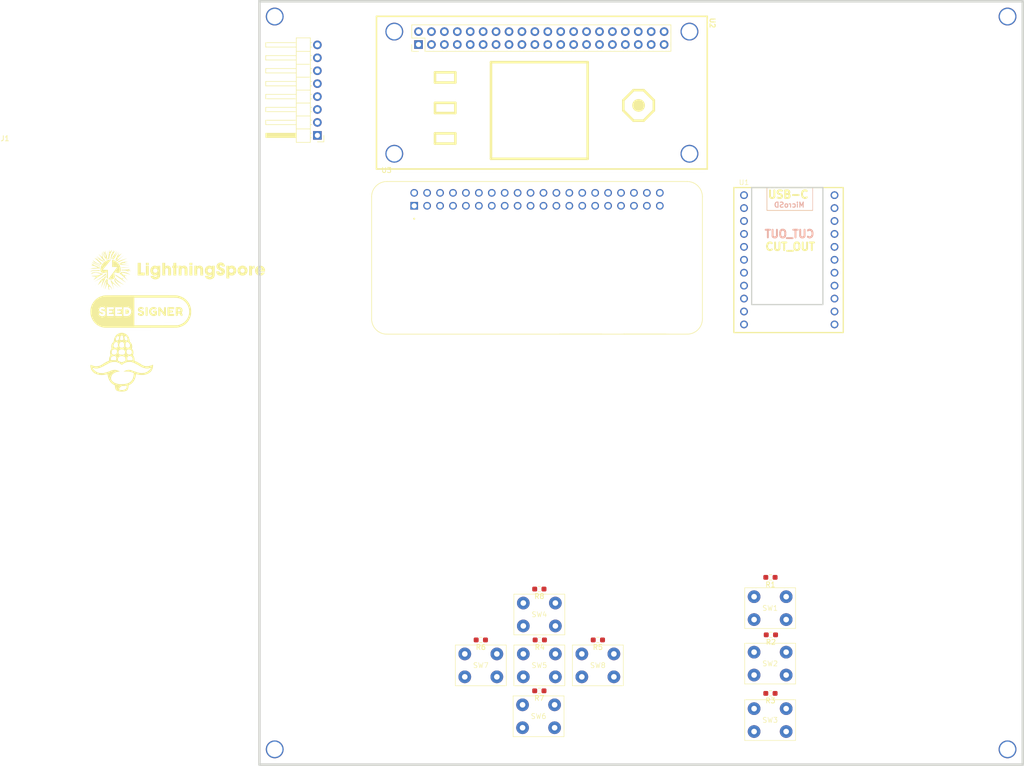
<source format=kicad_pcb>
(kicad_pcb (version 20241229) (generator "pcbnew") (generator_version "9.0")
  (layers (0 "F.Cu" signal) (2 "B.Cu" signal) (13 "F.Paste" user) (15 "B.Paste" user) (5 "F.SilkS" user "F.Silkscreen") (7 "B.SilkS" user "B.Silkscreen") (1 "F.Mask" user) (3 "B.Mask" user) (25 "Edge.Cuts" user))
  (net 0 "")
  (net 1 "/KEY3")
  (net 2 "+3.3V")
  (net 3 "/KEY2")
  (net 4 "/KEY1")
  (net 5 "/JOYSTICK_RIGHT")
  (net 6 "/JOYSTICK_PRESS")
  (net 7 "/JOYSTICK_DOWN")
  (net 8 "/JOYSTICK_UP")
  (net 9 "/JOYSTICK_LEFT")
  (net 10 "/SPI_CS")
  (net 11 "/SPI_SCLK")
  (net 13 "/BACKLIGHT_PWM")
  (net 14 "/DC")
  (net 15 "GND")
  (net 19 "/SPI_MOSI")
  (net 21 "/RST")
  (net 22 "Net-(U2-5V0-Pad2)")
  (net 23 "/BACKLIGHT")
  (net 24 "/Buttons/KEY1")
  (net 25 "/Buttons/KEY2")
  (net 26 "/Buttons/KEY3")
  (net 27 "/Buttons/JOYSTICK_RIGHT")
  (net 28 "/Buttons/JOYSTICK_PRESS")
  (net 29 "/Buttons/JOYSTICK_DOWN")
  (net 30 "/Buttons/JOYSTICK_UP")
  (net 31 "/Buttons/JOYSTICK_LEFT")
  (footprint "seedsigner-luckfox:LightningSpore_Logo" (layer "F.Cu") (at -15.743024 52.776803)
    (property "Reference" "ART1" (hide yes))
    (property "Value" "~" (hide yes))
  )
  (footprint "seedsigner-luckfox:BTN_SPST_NO_PTH" (layer "F.Cu") (at 55 130.5)
    (property "Reference" "SW5" (at 0 0 0) (layer "F.SilkS") (effects (font (thickness 0.1))))
    (property "Value" "SW_Push")
    (pad "1" thru_hole circle (at -3.15 -2.25) (size 2.5 2.5) (drill 1.1) (layers "*.Cu" "*.Mask") (net 27 "/Buttons/JOYSTICK_RIGHT"))
    (pad "2" thru_hole circle (at 3.15 -2.25) (size 2.5 2.5) (drill 1.1) (layers "*.Cu" "*.Mask") (net 15 "GND"))
    (pad "3" thru_hole circle (at -3.15 2.25) (size 2.5 2.5) (drill 1.1) (layers "*.Cu" "*.Mask"))
    (pad "4" thru_hole circle (at 3.15 2.25) (size 2.5 2.5) (drill 1.1) (layers "*.Cu" "*.Mask"))
  )
  (footprint "seedsigner-luckfox:BTN_SPST_NO_PTH" (layer "F.Cu") (at 54.85 140.5)
    (property "Reference" "SW6" (at 0 0 0) (layer "F.SilkS") (effects (font (thickness 0.1))))
    (property "Value" "SW_Push")
    (pad "1" thru_hole circle (at -3.15 -2.25) (size 2.5 2.5) (drill 1.1) (layers "*.Cu" "*.Mask") (net 30 "/Buttons/JOYSTICK_UP"))
    (pad "2" thru_hole circle (at 3.15 -2.25) (size 2.5 2.5) (drill 1.1) (layers "*.Cu" "*.Mask") (net 15 "GND"))
    (pad "3" thru_hole circle (at -3.15 2.25) (size 2.5 2.5) (drill 1.1) (layers "*.Cu" "*.Mask"))
    (pad "4" thru_hole circle (at 3.15 2.25) (size 2.5 2.5) (drill 1.1) (layers "*.Cu" "*.Mask"))
  )
  (footprint "Resistor_SMD:R_0603_1608Metric_Pad0.98x0.95mm_HandSolder" (layer "F.Cu") (at 43.5 125.5 180)
    (property "Reference" "R6" (at 0 -1.43 0) (layer "F.SilkS"))
    (property "Value" "10K")
    (pad "1" smd roundrect (at -0.9125 0 180) (size 0.975 0.95) (layers "F.Cu" "F.Mask" "F.Paste") (net 2 "+3.3V"))
    (pad "2" smd roundrect (at 0.9125 0 180) (size 0.975 0.95) (layers "F.Cu" "F.Mask" "F.Paste") (net 29 "/Buttons/JOYSTICK_DOWN"))
  )
  (footprint "Resistor_SMD:R_0603_1608Metric_Pad0.98x0.95mm_HandSolder" (layer "F.Cu") (at 55 135.5 180)
    (property "Reference" "R7" (at 0 -1.43 0) (layer "F.SilkS"))
    (property "Value" "10K")
    (pad "1" smd roundrect (at -0.9125 0 180) (size 0.975 0.95) (layers "F.Cu" "F.Mask" "F.Paste") (net 2 "+3.3V"))
    (pad "2" smd roundrect (at 0.9125 0 180) (size 0.975 0.95) (layers "F.Cu" "F.Mask" "F.Paste") (net 30 "/Buttons/JOYSTICK_UP"))
  )
  (footprint "seedsigner-luckfox:BTN_SPST_NO_PTH" (layer "F.Cu") (at 100.35 130.15)
    (property "Reference" "SW2" (at 0 0 0) (layer "F.SilkS") (effects (font (thickness 0.1))))
    (property "Value" "SW_Push")
    (pad "1" thru_hole circle (at -3.15 -2.25) (size 2.5 2.5) (drill 1.1) (layers "*.Cu" "*.Mask") (net 25 "/Buttons/KEY2"))
    (pad "2" thru_hole circle (at 3.15 -2.25) (size 2.5 2.5) (drill 1.1) (layers "*.Cu" "*.Mask") (net 15 "GND"))
    (pad "3" thru_hole circle (at -3.15 2.25) (size 2.5 2.5) (drill 1.1) (layers "*.Cu" "*.Mask"))
    (pad "4" thru_hole circle (at 3.15 2.25) (size 2.5 2.5) (drill 1.1) (layers "*.Cu" "*.Mask"))
  )
  (footprint "seedsigner-luckfox:seedsigner-logo-small" (layer "F.Cu") (at -23.342557 60.97856)
    (property "Reference" "LOGO1" (hide yes))
    (property "Value" "SS_LOGO" (hide yes))
  )
  (footprint "seedsigner-luckfox:MOUNT_HOLE_3MM" (layer "F.Cu") (at 3 3)
    (property "Reference" "H1" (hide yes))
    (property "Value" "MountingHole" (hide yes))
    (pad "" np_thru_hole circle (at 0 0) (size 3.5 3.5) (drill 3) (layers "*.Cu" "*.Mask"))
  )
  (footprint "Resistor_SMD:R_0603_1608Metric_Pad0.98x0.95mm_HandSolder" (layer "F.Cu") (at 66.5 125.5 180)
    (property "Reference" "R5" (at 0 -1.43 0) (layer "F.SilkS"))
    (property "Value" "10K")
    (pad "1" smd roundrect (at -0.9125 0 180) (size 0.975 0.95) (layers "F.Cu" "F.Mask" "F.Paste") (net 2 "+3.3V"))
    (pad "2" smd roundrect (at 0.9125 0 180) (size 0.975 0.95) (layers "F.Cu" "F.Mask" "F.Paste") (net 28 "/Buttons/JOYSTICK_PRESS"))
  )
  (footprint "seedsigner-luckfox:BTN_SPST_NO_PTH" (layer "F.Cu") (at 100.35 141.25)
    (property "Reference" "SW3" (at 0 0 0) (layer "F.SilkS") (effects (font (thickness 0.1))))
    (property "Value" "SW_Push")
    (pad "1" thru_hole circle (at -3.15 -2.25) (size 2.5 2.5) (drill 1.1) (layers "*.Cu" "*.Mask") (net 26 "/Buttons/KEY3"))
    (pad "2" thru_hole circle (at 3.15 -2.25) (size 2.5 2.5) (drill 1.1) (layers "*.Cu" "*.Mask") (net 15 "GND"))
    (pad "3" thru_hole circle (at -3.15 2.25) (size 2.5 2.5) (drill 1.1) (layers "*.Cu" "*.Mask"))
    (pad "4" thru_hole circle (at 3.15 2.25) (size 2.5 2.5) (drill 1.1) (layers "*.Cu" "*.Mask"))
  )
  (footprint "seedsigner-luckfox:MOUNT_HOLE_3MM" (layer "F.Cu") (at 22 88.5)
    (property "Reference" "H2" (hide yes))
    (property "Value" "MountingHole" (hide yes))
    (pad "" np_thru_hole circle (at 125 -85.5) (size 3.5 3.5) (drill 3) (layers "*.Cu" "*.Mask"))
  )
  (footprint "seedsigner-luckfox:corn-logo" (layer "F.Cu") (at -27.059474 70.854245)
    (property "Reference" "LOGO2" (hide yes))
    (property "Value" "CORN-LOGO" (hide yes))
  )
  (footprint "Resistor_SMD:R_0603_1608Metric_Pad0.98x0.95mm_HandSolder" (layer "F.Cu") (at 100.4125 136 180)
    (property "Reference" "R3" (at 0 -1.43 0) (layer "F.SilkS"))
    (property "Value" "10K")
    (pad "1" smd roundrect (at -0.9125 0 180) (size 0.975 0.95) (layers "F.Cu" "F.Mask" "F.Paste") (net 2 "+3.3V"))
    (pad "2" smd roundrect (at 0.9125 0 180) (size 0.975 0.95) (layers "F.Cu" "F.Mask" "F.Paste") (net 26 "/Buttons/KEY3"))
  )
  (footprint "Resistor_SMD:R_0603_1608Metric_Pad0.98x0.95mm_HandSolder" (layer "F.Cu") (at 100.5 124.5 180)
    (property "Reference" "R2" (at 0 -1.43 0) (layer "F.SilkS"))
    (property "Value" "10K")
    (pad "1" smd roundrect (at -0.9125 0 180) (size 0.975 0.95) (layers "F.Cu" "F.Mask" "F.Paste") (net 2 "+3.3V"))
    (pad "2" smd roundrect (at 0.9125 0 180) (size 0.975 0.95) (layers "F.Cu" "F.Mask" "F.Paste") (net 25 "/Buttons/KEY2"))
  )
  (footprint "Resistor_SMD:R_0603_1608Metric_Pad0.98x0.95mm_HandSolder" (layer "F.Cu") (at 55.0875 125.5 180)
    (property "Reference" "R4" (at 0 -1.43 0) (layer "F.SilkS"))
    (property "Value" "10K")
    (pad "1" smd roundrect (at -0.9125 0 180) (size 0.975 0.95) (layers "F.Cu" "F.Mask" "F.Paste") (net 2 "+3.3V"))
    (pad "2" smd roundrect (at 0.9125 0 180) (size 0.975 0.95) (layers "F.Cu" "F.Mask" "F.Paste") (net 27 "/Buttons/JOYSTICK_RIGHT"))
  )
  (footprint "Resistor_SMD:R_0603_1608Metric_Pad0.98x0.95mm_HandSolder" (layer "F.Cu") (at 55 115.5 180)
    (property "Reference" "R8" (at 0 -1.43 0) (layer "F.SilkS"))
    (property "Value" "10K")
    (pad "1" smd roundrect (at -0.9125 0 180) (size 0.975 0.95) (layers "F.Cu" "F.Mask" "F.Paste") (net 2 "+3.3V"))
    (pad "2" smd roundrect (at 0.9125 0 180) (size 0.975 0.95) (layers "F.Cu" "F.Mask" "F.Paste") (net 31 "/Buttons/JOYSTICK_LEFT"))
  )
  (footprint "seedsigner-luckfox:MOUNT_HOLE_3MM" (layer "F.Cu") (at 3 147)
    (property "Reference" "H4" (hide yes))
    (property "Value" "MountingHole" (hide yes))
    (pad "" np_thru_hole circle (at 0 0) (size 3.5 3.5) (drill 3) (layers "*.Cu" "*.Mask"))
  )
  (footprint "seedsigner-luckfox:BTN_SPST_NO_PTH" (layer "F.Cu") (at 43.5 130.5)
    (property "Reference" "SW7" (at 0 0 0) (layer "F.SilkS") (effects (font (thickness 0.1))))
    (property "Value" "SW_Push")
    (pad "1" thru_hole circle (at -3.15 -2.25) (size 2.5 2.5) (drill 1.1) (layers "*.Cu" "*.Mask") (net 29 "/Buttons/JOYSTICK_DOWN"))
    (pad "2" thru_hole circle (at 3.15 -2.25) (size 2.5 2.5) (drill 1.1) (layers "*.Cu" "*.Mask") (net 15 "GND"))
    (pad "3" thru_hole circle (at -3.15 2.25) (size 2.5 2.5) (drill 1.1) (layers "*.Cu" "*.Mask"))
    (pad "4" thru_hole circle (at 3.15 2.25) (size 2.5 2.5) (drill 1.1) (layers "*.Cu" "*.Mask"))
  )
  (footprint "seedsigner-luckfox:MOUNT_HOLE_3MM" (layer "F.Cu") (at 147 147)
    (property "Reference" "H3" (hide yes))
    (property "Value" "MountingHole" (hide yes))
    (pad "" np_thru_hole circle (at 0 0) (size 3.5 3.5) (drill 3) (layers "*.Cu" "*.Mask"))
  )
  (footprint "seedsigner-luckfox:BTN_SPST_NO_PTH" (layer "F.Cu") (at 100.35 119.25)
    (property "Reference" "SW1" (at 0 0 0) (layer "F.SilkS") (effects (font (thickness 0.1))))
    (property "Value" "SW_Push")
    (pad "1" thru_hole circle (at -3.15 -2.25) (size 2.5 2.5) (drill 1.1) (layers "*.Cu" "*.Mask") (net 24 "/Buttons/KEY1"))
    (pad "2" thru_hole circle (at 3.15 -2.25) (size 2.5 2.5) (drill 1.1) (layers "*.Cu" "*.Mask") (net 15 "GND"))
    (pad "3" thru_hole circle (at -3.15 2.25) (size 2.5 2.5) (drill 1.1) (layers "*.Cu" "*.Mask"))
    (pad "4" thru_hole circle (at 3.15 2.25) (size 2.5 2.5) (drill 1.1) (layers "*.Cu" "*.Mask"))
  )
  (footprint "Resistor_SMD:R_0603_1608Metric_Pad0.98x0.95mm_HandSolder" (layer "F.Cu") (at 100.4125 113.2 180)
    (property "Reference" "R1" (at 0 -1.43 0) (layer "F.SilkS"))
    (property "Value" "10K")
    (pad "1" smd roundrect (at -0.9125 0 180) (size 0.975 0.95) (layers "F.Cu" "F.Mask" "F.Paste") (net 2 "+3.3V"))
    (pad "2" smd roundrect (at 0.9125 0 180) (size 0.975 0.95) (layers "F.Cu" "F.Mask" "F.Paste") (net 24 "/Buttons/KEY1"))
  )
  (footprint "seedsigner-luckfox:LUCKFOX_PICO_MINI" (layer "F.Cu") (at 95.22 38.1)
    (property "Reference" "U1" (at 0 -2.5 0) (layer "F.SilkS") (effects (font (thickness 0.1))))
    (property "Value" "LuckFox_Pico_MINI")
    (fp_rect (start 1.5 -1.5) (end 15.5 21.5) (stroke (width 0.25)) (fill no) (layer "Edge.Cuts"))
    (fp_text user "CUT_OUT" (at 4 11 0) (layer "F.SilkS") (effects (font (size 1.5 1.5) (thickness 0.375) (bold yes)) (justify left bottom)))
    (fp_text user "USB-C" (at 4.5 0.75 0) (layer "F.SilkS") (effects (font (size 1.5 1.5) (thickness 0.375) (bold yes)) (justify left bottom)))
    (fp_text user "MicroSD" (at 12 2.5 0) (layer "B.SilkS") (effects (font (thickness 0.2) (bold yes)) (justify left bottom mirror)))
    (fp_text user "CUT_OUT" (at 14 8.5 0) (layer "B.SilkS") (effects (font (size 1.5 1.5) (thickness 0.375) (bold yes)) (justify left bottom mirror)))
    (pad "1" thru_hole circle (at 0 0) (size 1.524 1.524) (drill 1) (layers "*.Cu" "*.Mask"))
    (pad "2" thru_hole circle (at 0 2.54) (size 1.524 1.524) (drill 1) (layers "*.Cu" "*.Mask") (net 15 "GND"))
    (pad "3" thru_hole circle (at 0 5.08) (size 1.524 1.524) (drill 1) (layers "*.Cu" "*.Mask") (net 2 "+3.3V"))
    (pad "4" thru_hole circle (at 0 7.62) (size 1.524 1.524) (drill 1) (layers "*.Cu" "*.Mask"))
    (pad "5" thru_hole circle (at 0 10.16) (size 1.524 1.524) (drill 1) (layers "*.Cu" "*.Mask") (net 3 "/KEY2"))
    (pad "6" thru_hole circle (at 0 12.7) (size 1.524 1.524) (drill 1) (layers "*.Cu" "*.Mask") (net 10 "/SPI_CS"))
    (pad "7" thru_hole circle (at 0 15.24) (size 1.524 1.524) (drill 1) (layers "*.Cu" "*.Mask") (net 11 "/SPI_SCLK"))
    (pad "8" thru_hole circle (at 0 17.78) (size 1.524 1.524) (drill 1) (layers "*.Cu" "*.Mask") (net 19 "/SPI_MOSI"))
    (pad "9" thru_hole circle (at 0 20.32) (size 1.524 1.524) (drill 1) (layers "*.Cu" "*.Mask") (net 21 "/RST"))
    (pad "10" thru_hole circle (at 0 22.86) (size 1.524 1.524) (drill 1) (layers "*.Cu" "*.Mask") (net 14 "/DC"))
    (pad "11" thru_hole circle (at 0 25.4) (size 1.524 1.524) (drill 1) (layers "*.Cu" "*.Mask") (net 1 "/KEY3"))
    (pad "12" thru_hole circle (at 17.78 25.4) (size 1.524 1.524) (drill 1) (layers "*.Cu" "*.Mask") (net 9 "/JOYSTICK_LEFT"))
    (pad "13" thru_hole circle (at 17.78 22.86) (size 1.524 1.524) (drill 1) (layers "*.Cu" "*.Mask") (net 8 "/JOYSTICK_UP"))
    (pad "14" thru_hole circle (at 17.78 20.32) (size 1.524 1.524) (drill 1) (layers "*.Cu" "*.Mask") (net 6 "/JOYSTICK_PRESS"))
    (pad "15" thru_hole circle (at 17.78 17.78) (size 1.524 1.524) (drill 1) (layers "*.Cu" "*.Mask") (net 7 "/JOYSTICK_DOWN"))
    (pad "16" thru_hole circle (at 17.78 15.24) (size 1.524 1.524) (drill 1) (layers "*.Cu" "*.Mask") (net 5 "/JOYSTICK_RIGHT"))
    (pad "17" thru_hole circle (at 17.78 12.7) (size 1.524 1.524) (drill 1) (layers "*.Cu" "*.Mask") (net 4 "/KEY1"))
    (pad "18" thru_hole circle (at 17.78 10.16) (size 1.524 1.524) (drill 1) (layers "*.Cu" "*.Mask") (net 13 "/BACKLIGHT_PWM"))
    (pad "19" thru_hole circle (at 17.78 7.62) (size 1.524 1.524) (drill 1) (layers "*.Cu" "*.Mask"))
    (pad "20" thru_hole circle (at 17.78 5.08) (size 1.524 1.524) (drill 1) (layers "*.Cu" "*.Mask"))
    (pad "21" thru_hole circle (at 17.78 2.54) (size 1.524 1.524) (drill 1) (layers "*.Cu" "*.Mask") (net 15 "GND"))
    (pad "22" thru_hole circle (at 17.78 0) (size 1.524 1.524) (drill 1) (layers "*.Cu" "*.Mask"))
  )
  (footprint "Connector_PinHeader_2.54mm:PinHeader_1x08_P2.54mm_Horizontal" (layer "F.Cu") (at 11.385 26.35 180)
    (property "Reference" "J1" (at 61.385 -0.61 0) (layer "F.SilkS"))
    (property "Value" "Conn_01x08_MountingPin")
    (pad "1" thru_hole rect (at 0 0 180) (size 1.7 1.7) (drill 1) (layers "*.Cu" "*.Mask") (net 2 "+3.3V"))
    (pad "2" thru_hole circle (at 0 2.54 180) (size 1.7 1.7) (drill 1) (layers "*.Cu" "*.Mask") (net 15 "GND"))
    (pad "3" thru_hole circle (at 0 5.08 180) (size 1.7 1.7) (drill 1) (layers "*.Cu" "*.Mask") (net 21 "/RST"))
    (pad "4" thru_hole circle (at 0 7.62 180) (size 1.7 1.7) (drill 1) (layers "*.Cu" "*.Mask") (net 14 "/DC"))
    (pad "5" thru_hole circle (at 0 10.16 180) (size 1.7 1.7) (drill 1) (layers "*.Cu" "*.Mask") (net 23 "/BACKLIGHT"))
    (pad "6" thru_hole circle (at 0 12.7 180) (size 1.7 1.7) (drill 1) (layers "*.Cu" "*.Mask") (net 10 "/SPI_CS"))
    (pad "7" thru_hole circle (at 0 15.24 180) (size 1.7 1.7) (drill 1) (layers "*.Cu" "*.Mask") (net 11 "/SPI_SCLK"))
    (pad "8" thru_hole circle (at 0 17.78 180) (size 1.7 1.7) (drill 1) (layers "*.Cu" "*.Mask") (net 19 "/SPI_MOSI"))
  )
  (footprint "seedsigner-luckfox:RPi_Zero" (layer "F.Cu") (at 54.542455 50.41497)
    (property "Reference" "U3" (at -29.569 -17.2162 0) (layer "F.SilkS") (effects (font (size 1.00189 1.00189))))
    (property "Value" "RPI_ZERO")
    (pad "" np_thru_hole circle (at -29 -11.5) (size 2.75 2.75) (drill 2.75) (layers "*.Cu" "*.Mask"))
    (pad "" np_thru_hole circle (at -29 11.5) (size 2.75 2.75) (drill 2.75) (layers "*.Cu" "*.Mask"))
    (pad "" np_thru_hole circle (at 29 -11.5) (size 2.75 2.75) (drill 2.75) (layers "*.Cu" "*.Mask"))
    (pad "" np_thru_hole circle (at 29 11.5) (size 2.75 2.75) (drill 2.75) (layers "*.Cu" "*.Mask"))
    (pad "1" thru_hole rect (at -24.13 -10.23) (size 1.508 1.508) (drill 1) (layers "*.Cu" "*.Mask") (net 2 "+3.3V"))
    (pad "2" thru_hole circle (at -24.13 -12.77) (size 1.508 1.508) (drill 1) (layers "*.Cu" "*.Mask"))
    (pad "3" thru_hole circle (at -21.59 -10.23) (size 1.508 1.508) (drill 1) (layers "*.Cu" "*.Mask"))
    (pad "4" thru_hole circle (at -21.59 -12.77) (size 1.508 1.508) (drill 1) (layers "*.Cu" "*.Mask"))
    (pad "5" thru_hole circle (at -19.05 -10.23) (size 1.508 1.508) (drill 1) (layers "*.Cu" "*.Mask"))
    (pad "6" thru_hole circle (at -19.05 -12.77) (size 1.508 1.508) (drill 1) (layers "*.Cu" "*.Mask"))
    (pad "7" thru_hole circle (at -16.51 -10.23) (size 1.508 1.508) (drill 1) (layers "*.Cu" "*.Mask"))
    (pad "8" thru_hole circle (at -16.51 -12.77) (size 1.508 1.508) (drill 1) (layers "*.Cu" "*.Mask"))
    (pad "9" thru_hole circle (at -13.97 -10.23) (size 1.508 1.508) (drill 1) (layers "*.Cu" "*.Mask") (net 15 "GND"))
    (pad "10" thru_hole circle (at -13.97 -12.77) (size 1.508 1.508) (drill 1) (layers "*.Cu" "*.Mask"))
    (pad "11" thru_hole circle (at -11.43 -10.23) (size 1.508 1.508) (drill 1) (layers "*.Cu" "*.Mask"))
    (pad "12" thru_hole circle (at -11.43 -12.77) (size 1.508 1.508) (drill 1) (layers "*.Cu" "*.Mask"))
    (pad "13" thru_hole circle (at -8.89 -10.23) (size 1.508 1.508) (drill 1) (layers "*.Cu" "*.Mask") (net 21 "/RST"))
    (pad "14" thru_hole circle (at -8.89 -12.77) (size 1.508 1.508) (drill 1) (layers "*.Cu" "*.Mask"))
    (pad "15" thru_hole circle (at -6.35 -10.23) (size 1.508 1.508) (drill 1) (layers "*.Cu" "*.Mask"))
    (pad "16" thru_hole circle (at -6.35 -12.77) (size 1.508 1.508) (drill 1) (layers "*.Cu" "*.Mask"))
    (pad "17" thru_hole circle (at -3.81 -10.23) (size 1.508 1.508) (drill 1) (layers "*.Cu" "*.Mask"))
    (pad "18" thru_hole circle (at -3.81 -12.77) (size 1.508 1.508) (drill 1) (layers "*.Cu" "*.Mask") (net 23 "/BACKLIGHT"))
    (pad "19" thru_hole circle (at -1.27 -10.23) (size 1.508 1.508) (drill 1) (layers "*.Cu" "*.Mask") (net 19 "/SPI_MOSI"))
    (pad "20" thru_hole circle (at -1.27 -12.77) (size 1.508 1.508) (drill 1) (layers "*.Cu" "*.Mask"))
    (pad "21" thru_hole circle (at 1.27 -10.23) (size 1.508 1.508) (drill 1) (layers "*.Cu" "*.Mask"))
    (pad "22" thru_hole circle (at 1.27 -12.77) (size 1.508 1.508) (drill 1) (layers "*.Cu" "*.Mask") (net 14 "/DC"))
    (pad "23" thru_hole circle (at 3.81 -10.23) (size 1.508 1.508) (drill 1) (layers "*.Cu" "*.Mask") (net 11 "/SPI_SCLK"))
    (pad "24" thru_hole circle (at 3.81 -12.77) (size 1.508 1.508) (drill 1) (layers "*.Cu" "*.Mask") (net 10 "/SPI_CS"))
    (pad "25" thru_hole circle (at 6.35 -10.23) (size 1.508 1.508) (drill 1) (layers "*.Cu" "*.Mask"))
    (pad "26" thru_hole circle (at 6.35 -12.77) (size 1.508 1.508) (drill 1) (layers "*.Cu" "*.Mask"))
    (pad "27" thru_hole circle (at 8.89 -10.23) (size 1.508 1.508) (drill 1) (layers "*.Cu" "*.Mask"))
    (pad "28" thru_hole circle (at 8.89 -12.77) (size 1.508 1.508) (drill 1) (layers "*.Cu" "*.Mask"))
    (pad "29" thru_hole circle (at 11.43 -10.23) (size 1.508 1.508) (drill 1) (layers "*.Cu" "*.Mask") (net 9 "/JOYSTICK_LEFT"))
    (pad "30" thru_hole circle (at 11.43 -12.77) (size 1.508 1.508) (drill 1) (layers "*.Cu" "*.Mask"))
    (pad "31" thru_hole circle (at 13.97 -10.23) (size 1.508 1.508) (drill 1) (layers "*.Cu" "*.Mask") (net 8 "/JOYSTICK_UP"))
    (pad "32" thru_hole circle (at 13.97 -12.77) (size 1.508 1.508) (drill 1) (layers "*.Cu" "*.Mask"))
    (pad "33" thru_hole circle (at 16.51 -10.23) (size 1.508 1.508) (drill 1) (layers "*.Cu" "*.Mask") (net 6 "/JOYSTICK_PRESS"))
    (pad "34" thru_hole circle (at 16.51 -12.77) (size 1.508 1.508) (drill 1) (layers "*.Cu" "*.Mask"))
    (pad "35" thru_hole circle (at 19.05 -10.23) (size 1.508 1.508) (drill 1) (layers "*.Cu" "*.Mask") (net 7 "/JOYSTICK_DOWN"))
    (pad "36" thru_hole circle (at 19.05 -12.77) (size 1.508 1.508) (drill 1) (layers "*.Cu" "*.Mask"))
    (pad "37" thru_hole circle (at 21.59 -10.23) (size 1.508 1.508) (drill 1) (layers "*.Cu" "*.Mask") (net 5 "/JOYSTICK_RIGHT"))
    (pad "38" thru_hole circle (at 21.59 -12.77) (size 1.508 1.508) (drill 1) (layers "*.Cu" "*.Mask"))
    (pad "39" thru_hole circle (at 24.13 -10.23) (size 1.508 1.508) (drill 1) (layers "*.Cu" "*.Mask"))
    (pad "40" thru_hole circle (at 24.13 -12.77) (size 1.508 1.508) (drill 1) (layers "*.Cu" "*.Mask"))
  )
  (footprint "seedsigner-luckfox:BTN_SPST_NO_PTH" (layer "F.Cu") (at 66.5 130.5)
    (property "Reference" "SW8" (at 0 0 0) (layer "F.SilkS") (effects (font (thickness 0.1))))
    (property "Value" "SW_Push")
    (pad "1" thru_hole circle (at -3.15 -2.25) (size 2.5 2.5) (drill 1.1) (layers "*.Cu" "*.Mask") (net 28 "/Buttons/JOYSTICK_PRESS"))
    (pad "2" thru_hole circle (at 3.15 -2.25) (size 2.5 2.5) (drill 1.1) (layers "*.Cu" "*.Mask") (net 15 "GND"))
    (pad "3" thru_hole circle (at -3.15 2.25) (size 2.5 2.5) (drill 1.1) (layers "*.Cu" "*.Mask"))
    (pad "4" thru_hole circle (at 3.15 2.25) (size 2.5 2.5) (drill 1.1) (layers "*.Cu" "*.Mask"))
  )
  (footprint "seedsigner-luckfox:WAVESHARE_LCD_BUTTON" (layer "F.Cu") (at 55.5 17.96)
    (property "Reference" "U2" (at 33.5 -13.7 270) (layer "F.SilkS") (effects (font (thickness 0.2) (bold yes))))
    (property "Value" "WAVESHARE_LCD_BUTTON_BOARD_1.3in")
    (pad "" np_thru_hole circle (at -29 -12) (size 3.5 3.5) (drill 3) (layers "*.Cu" "*.Mask"))
    (pad "" np_thru_hole circle (at -29 12) (size 3.5 3.5) (drill 3) (layers "*.Cu" "*.Mask"))
    (pad "" np_thru_hole circle (at 29 -12) (size 3.5 3.5) (drill 3) (layers "*.Cu" "*.Mask"))
    (pad "" np_thru_hole circle (at 29 12) (size 3.5 3.5) (drill 3) (layers "*.Cu" "*.Mask"))
    (pad "1" thru_hole rect (at -24.24 -9.46 90) (size 1.7 1.7) (drill 1) (layers "*.Cu" "*.Mask") (net 2 "+3.3V"))
    (pad "2" thru_hole oval (at -24.24 -12 90) (size 1.7 1.7) (drill 1) (layers "*.Cu" "*.Mask") (net 22 "Net-(U2-5V0-Pad2)"))
    (pad "3" thru_hole oval (at -21.7 -9.46 90) (size 1.7 1.7) (drill 1) (layers "*.Cu" "*.Mask"))
    (pad "4" thru_hole oval (at -21.7 -12 90) (size 1.7 1.7) (drill 1) (layers "*.Cu" "*.Mask") (net 22 "Net-(U2-5V0-Pad2)"))
    (pad "5" thru_hole oval (at -19.16 -9.46 90) (size 1.7 1.7) (drill 1) (layers "*.Cu" "*.Mask"))
    (pad "6" thru_hole oval (at -19.16 -12 90) (size 1.7 1.7) (drill 1) (layers "*.Cu" "*.Mask") (net 15 "GND"))
    (pad "7" thru_hole oval (at -16.62 -9.46 90) (size 1.7 1.7) (drill 1) (layers "*.Cu" "*.Mask"))
    (pad "8" thru_hole oval (at -16.62 -12 90) (size 1.7 1.7) (drill 1) (layers "*.Cu" "*.Mask"))
    (pad "9" thru_hole oval (at -14.08 -9.46 90) (size 1.7 1.7) (drill 1) (layers "*.Cu" "*.Mask") (net 15 "GND"))
    (pad "10" thru_hole oval (at -14.08 -12 90) (size 1.7 1.7) (drill 1) (layers "*.Cu" "*.Mask"))
    (pad "11" thru_hole oval (at -11.54 -9.46 90) (size 1.7 1.7) (drill 1) (layers "*.Cu" "*.Mask"))
    (pad "12" thru_hole oval (at -11.54 -12 90) (size 1.7 1.7) (drill 1) (layers "*.Cu" "*.Mask"))
    (pad "13" thru_hole oval (at -9 -9.46 90) (size 1.7 1.7) (drill 1) (layers "*.Cu" "*.Mask") (net 21 "/RST"))
    (pad "14" thru_hole oval (at -9 -12 90) (size 1.7 1.7) (drill 1) (layers "*.Cu" "*.Mask") (net 15 "GND"))
    (pad "15" thru_hole oval (at -6.46 -9.46 90) (size 1.7 1.7) (drill 1) (layers "*.Cu" "*.Mask"))
    (pad "16" thru_hole oval (at -6.46 -12 90) (size 1.7 1.7) (drill 1) (layers "*.Cu" "*.Mask"))
    (pad "17" thru_hole oval (at -3.92 -9.46 90) (size 1.7 1.7) (drill 1) (layers "*.Cu" "*.Mask") (net 2 "+3.3V"))
    (pad "18" thru_hole oval (at -3.92 -12 90) (size 1.7 1.7) (drill 1) (layers "*.Cu" "*.Mask") (net 23 "/BACKLIGHT"))
    (pad "19" thru_hole oval (at -1.38 -9.46 90) (size 1.7 1.7) (drill 1) (layers "*.Cu" "*.Mask") (net 19 "/SPI_MOSI"))
    (pad "20" thru_hole oval (at -1.38 -12 270) (size 1.7 1.7) (drill 1) (layers "*.Cu" "*.Mask") (net 15 "GND"))
    (pad "21" thru_hole oval (at 1.16 -9.46 90) (size 1.7 1.7) (drill 1) (layers "*.Cu" "*.Mask"))
    (pad "22" thru_hole oval (at 1.16 -12 90) (size 1.7 1.7) (drill 1) (layers "*.Cu" "*.Mask") (net 14 "/DC"))
    (pad "23" thru_hole oval (at 3.7 -9.46 90) (size 1.7 1.7) (drill 1) (layers "*.Cu" "*.Mask") (net 11 "/SPI_SCLK"))
    (pad "24" thru_hole oval (at 3.7 -12 90) (size 1.7 1.7) (drill 1) (layers "*.Cu" "*.Mask") (net 10 "/SPI_CS"))
    (pad "25" thru_hole oval (at 6.24 -9.46 90) (size 1.7 1.7) (drill 1) (layers "*.Cu" "*.Mask") (net 15 "GND"))
    (pad "26" thru_hole oval (at 6.24 -12 90) (size 1.7 1.7) (drill 1) (layers "*.Cu" "*.Mask"))
    (pad "27" thru_hole oval (at 8.78 -9.46 90) (size 1.7 1.7) (drill 1) (layers "*.Cu" "*.Mask"))
    (pad "28" thru_hole oval (at 8.78 -12 90) (size 1.7 1.7) (drill 1) (layers "*.Cu" "*.Mask"))
    (pad "29" thru_hole oval (at 11.32 -9.46 90) (size 1.7 1.7) (drill 1) (layers "*.Cu" "*.Mask") (net 9 "/JOYSTICK_LEFT"))
    (pad "30" thru_hole oval (at 11.32 -12 90) (size 1.7 1.7) (drill 1) (layers "*.Cu" "*.Mask") (net 15 "GND"))
    (pad "31" thru_hole oval (at 13.86 -9.46 90) (size 1.7 1.7) (drill 1) (layers "*.Cu" "*.Mask") (net 8 "/JOYSTICK_UP"))
    (pad "32" thru_hole oval (at 13.86 -12 90) (size 1.7 1.7) (drill 1) (layers "*.Cu" "*.Mask"))
    (pad "33" thru_hole oval (at 16.4 -9.46 90) (size 1.7 1.7) (drill 1) (layers "*.Cu" "*.Mask") (net 6 "/JOYSTICK_PRESS"))
    (pad "34" thru_hole oval (at 16.4 -12 90) (size 1.7 1.7) (drill 1) (layers "*.Cu" "*.Mask") (net 15 "GND"))
    (pad "35" thru_hole oval (at 18.94 -9.46 90) (size 1.7 1.7) (drill 1) (layers "*.Cu" "*.Mask") (net 7 "/JOYSTICK_DOWN"))
    (pad "36" thru_hole oval (at 18.94 -12 90) (size 1.7 1.7) (drill 1) (layers "*.Cu" "*.Mask") (net 1 "/KEY3"))
    (pad "37" thru_hole oval (at 21.48 -9.46 90) (size 1.7 1.7) (drill 1) (layers "*.Cu" "*.Mask") (net 5 "/JOYSTICK_RIGHT"))
    (pad "38" thru_hole oval (at 21.48 -12 90) (size 1.7 1.7) (drill 1) (layers "*.Cu" "*.Mask") (net 3 "/KEY2"))
    (pad "39" thru_hole oval (at 24.02 -9.46 90) (size 1.7 1.7) (drill 1) (layers "*.Cu" "*.Mask") (net 15 "GND"))
    (pad "40" thru_hole oval (at 24.02 -12 90) (size 1.7 1.7) (drill 1) (layers "*.Cu" "*.Mask") (net 4 "/KEY1"))
  )
  (footprint "seedsigner-luckfox:BTN_SPST_NO_PTH" (layer "F.Cu") (at 55 120.5)
    (property "Reference" "SW4" (at 0 0 0) (layer "F.SilkS") (effects (font (thickness 0.1))))
    (property "Value" "SW_Push")
    (pad "1" thru_hole circle (at -3.15 -2.25) (size 2.5 2.5) (drill 1.1) (layers "*.Cu" "*.Mask") (net 31 "/Buttons/JOYSTICK_LEFT"))
    (pad "2" thru_hole circle (at 3.15 -2.25) (size 2.5 2.5) (drill 1.1) (layers "*.Cu" "*.Mask") (net 15 "GND"))
    (pad "3" thru_hole circle (at -3.15 2.25) (size 2.5 2.5) (drill 1.1) (layers "*.Cu" "*.Mask"))
    (pad "4" thru_hole circle (at 3.15 2.25) (size 2.5 2.5) (drill 1.1) (layers "*.Cu" "*.Mask"))
  )
  (gr_rect (start 0 0) (end 150 150) (stroke (width 0.5)) (fill no) (layer "Edge.Cuts"))
)
</source>
